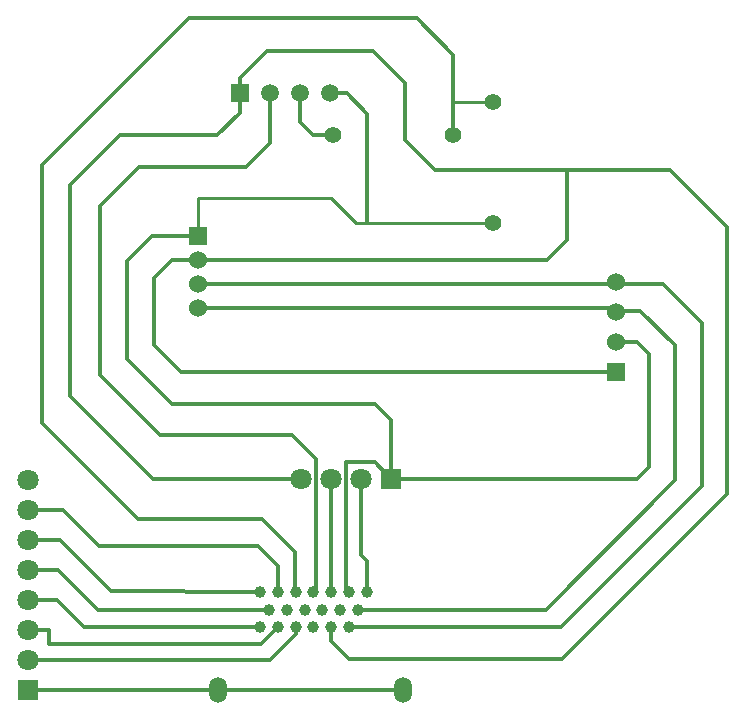
<source format=gbl>
G04 Layer: BottomLayer*
G04 EasyEDA v6.5.23, 2023-06-18 13:26:56*
G04 e563b856323e489fb497cbcb29ae2dd2,10*
G04 Gerber Generator version 0.2*
G04 Scale: 100 percent, Rotated: No, Reflected: No *
G04 Dimensions in millimeters *
G04 leading zeros omitted , absolute positions ,4 integer and 5 decimal *
%FSLAX45Y45*%
%MOMM*%

%ADD10C,0.3000*%
%ADD11C,0.2540*%
%ADD12R,1.8000X1.8000*%
%ADD13C,1.8000*%
%ADD14C,1.5240*%
%ADD15R,1.5240X1.5240*%
%ADD16C,1.0000*%
%ADD17O,1.499997X2.1999956000000003*%
%ADD18C,1.4000*%
%ADD19R,1.5080X1.5080*%
%ADD20C,1.5080*%

%LPD*%
D10*
X2456434Y1202436D02*
G01*
X2456434Y1417065D01*
X2286000Y1587500D01*
X939800Y1587500D01*
X635000Y1892300D01*
X342900Y1892300D01*
X2306574Y902462D02*
G01*
X812037Y902462D01*
X584200Y1130300D01*
X342900Y1130300D01*
X2306574Y1202436D02*
G01*
X2306497Y1202397D01*
X1041400Y1206500D01*
X609600Y1638300D01*
X342900Y1638300D01*
X2381504Y1052321D02*
G01*
X928878Y1052321D01*
X596900Y1384300D01*
X342900Y1384300D01*
X2456434Y902462D02*
G01*
X2315972Y762000D01*
X520700Y762000D01*
X520700Y876300D01*
X342900Y876300D01*
X2606547Y902462D02*
G01*
X2606547Y841247D01*
X2387600Y622300D01*
X342900Y622300D01*
X1944497Y372402D02*
G01*
X1940394Y368300D01*
X342900Y368300D01*
X3416300Y2159000D02*
G01*
X5499100Y2159000D01*
X5600700Y2260600D01*
X5600700Y3213100D01*
X5499100Y3314700D01*
X5321300Y3314700D01*
X3131565Y1052321D02*
G01*
X4722622Y1052321D01*
X5816600Y2146300D01*
X5816600Y3289300D01*
X5524500Y3581400D01*
X5334000Y3581400D01*
X5321300Y3568700D01*
X3056381Y902462D02*
G01*
X4852161Y902462D01*
X6045200Y2095500D01*
X6045200Y3479800D01*
X5715000Y3810000D01*
X5334000Y3810000D01*
X5321300Y3822700D01*
X2906522Y902462D02*
G01*
X2906522Y789178D01*
X3060700Y635000D01*
X4864100Y635000D01*
X6261100Y2032000D01*
X6261100Y4292600D01*
X5778500Y4775200D01*
X3784600Y4775200D01*
X3530600Y5029200D01*
X3530600Y5511800D01*
X3263900Y5778500D01*
X2362200Y5778500D01*
X2133600Y5549900D01*
X2133600Y5422137D01*
X3416300Y2159000D02*
G01*
X3416300Y2654300D01*
X3276600Y2794000D01*
X1562100Y2794000D01*
X1181100Y3175000D01*
X1181100Y4000500D01*
X1391920Y4211320D01*
X1778000Y4211320D01*
X2387600Y5422137D02*
G01*
X2387600Y5003800D01*
X2184400Y4800600D01*
X1282700Y4800600D01*
X952500Y4470400D01*
X952500Y3035300D01*
X1460500Y2527300D01*
X2578100Y2527300D01*
X2781300Y2324100D01*
X2781300Y1227073D01*
X2756408Y1202436D01*
X2133600Y5422137D02*
G01*
X2133600Y5257800D01*
X1943100Y5067300D01*
X1117600Y5067300D01*
X698500Y4648200D01*
X698500Y2857500D01*
X1397000Y2159000D01*
X2654300Y2159000D01*
X3939031Y5067300D02*
G01*
X3939031Y5751068D01*
X3632200Y6057900D01*
X1701800Y6057900D01*
X457200Y4813300D01*
X457200Y2628900D01*
X1270000Y1816100D01*
X2324100Y1816100D01*
X2603500Y1536700D01*
X2603500Y1205484D01*
X2606547Y1202436D01*
X1778000Y4010660D02*
G01*
X1780539Y4013200D01*
X4737100Y4013200D01*
X4900965Y4177065D01*
X4900965Y4775200D01*
X2895600Y5422137D02*
G01*
X3036061Y5422137D01*
X3213100Y5245100D01*
X3213100Y4328668D01*
D11*
X3939031Y5067300D02*
G01*
X3939031Y5348731D01*
X4279900Y5348731D01*
D10*
X3416300Y2159000D02*
G01*
X3276600Y2298700D01*
X3035300Y2298700D01*
X3035300Y1223606D01*
X3056509Y1202397D01*
X2918993Y5067300D02*
G01*
X2755900Y5067300D01*
X2641600Y5181600D01*
X2641600Y5422087D01*
D11*
X1778000Y4211320D02*
G01*
X1778000Y4533900D01*
X2908300Y4533900D01*
X3113506Y4328693D01*
X4279900Y4328693D01*
D10*
X1778000Y4010660D02*
G01*
X1559560Y4010660D01*
X1409700Y3860800D01*
X1409700Y3289300D01*
X1638300Y3060700D01*
X5321300Y3060700D01*
X1944497Y372402D02*
G01*
X3516502Y372402D01*
X3162300Y2159000D02*
G01*
X3162300Y1511300D01*
X3206495Y1467104D01*
X3206495Y1202436D01*
X2908300Y2159000D02*
G01*
X2906522Y1202436D01*
X1778000Y3606800D02*
G01*
X5283200Y3606800D01*
X5321300Y3568700D01*
X1778000Y3812539D02*
G01*
X5311140Y3812539D01*
X5321300Y3822700D01*
D12*
G01*
X342900Y368300D03*
D13*
G01*
X342900Y622300D03*
G01*
X342900Y876300D03*
G01*
X342900Y1130300D03*
G01*
X342900Y1384300D03*
G01*
X342900Y1638300D03*
G01*
X342900Y1892300D03*
G01*
X342900Y2146300D03*
D12*
G01*
X3416300Y2159000D03*
D13*
G01*
X3162300Y2159000D03*
G01*
X2908300Y2159000D03*
G01*
X2654300Y2159000D03*
D14*
G01*
X1778000Y3606800D03*
G01*
X1778000Y3812539D03*
G01*
X1778000Y4010660D03*
D15*
G01*
X1778000Y4211320D03*
D16*
G01*
X3206495Y1202397D03*
G01*
X3131489Y1052385D03*
G01*
X3056509Y1202397D03*
G01*
X3056509Y902398D03*
G01*
X2981502Y1052385D03*
G01*
X2906496Y902398D03*
G01*
X2906496Y1202397D03*
G01*
X2831490Y1052385D03*
G01*
X2756509Y1202397D03*
G01*
X2756509Y902398D03*
G01*
X2681503Y1052385D03*
G01*
X2606497Y902398D03*
G01*
X2606497Y1202397D03*
G01*
X2531490Y1052385D03*
G01*
X2456484Y1202397D03*
G01*
X2456484Y902398D03*
G01*
X2381504Y1052385D03*
G01*
X2306497Y902398D03*
G01*
X2306497Y1202397D03*
D17*
G01*
X3516502Y372402D03*
G01*
X1944497Y372402D03*
D18*
G01*
X4279900Y4328693D03*
G01*
X4279900Y5348706D03*
G01*
X3939006Y5067300D03*
G01*
X2918993Y5067300D03*
D19*
G01*
X2133600Y5422087D03*
D20*
G01*
X2387600Y5422087D03*
G01*
X2641600Y5422087D03*
G01*
X2895600Y5422087D03*
D15*
G01*
X5321300Y3060700D03*
D14*
G01*
X5321300Y3314700D03*
G01*
X5321300Y3568700D03*
G01*
X5321300Y3822700D03*
M02*

</source>
